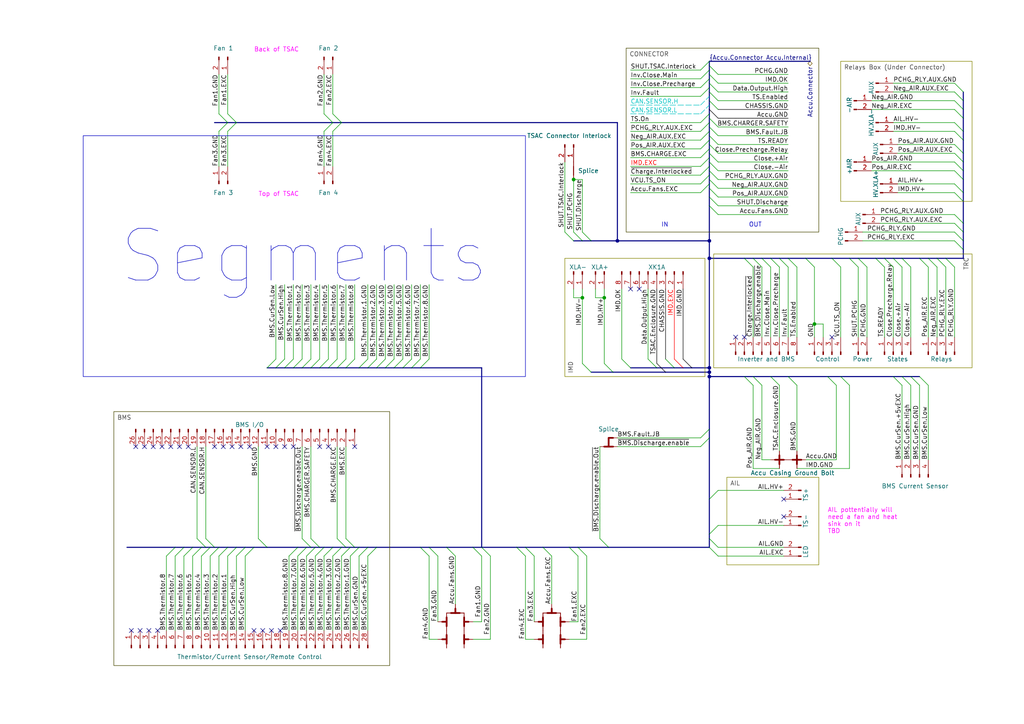
<source format=kicad_sch>
(kicad_sch (version 20230121) (generator eeschema)
  (paper "A4")
  (bus_alias "Accu.Connector" (members "CAN.SENSOR.L" "CAN.SENSOR.H" "IMD.OK" "Data.Output.High" "Chassis.GND" "Accu.GND" "IMD.EXC" "TS.Enabled" "TS.ON" "TS.READY" "Close.Precharge.Relay" "Close.-Air" "Close.+Air" "Inv.Fault" "Inv.Close.Precharge" "Inv.Close.Main" "SHUT.TSAC.Interlock" "SHUT.PCHG" "BMS.EXC" "BMS.CHARGE.EXC" "BMS.CHARGER.SAFETY" "Pos_AIR.AUX.EXC" "Neg_AIR.AUX.EXC" "PCHG_RLY.AUX.EXC" "Pos_AIR.AUX.GND" "Neg_AIR.AUX.GND" "PCHG_RLY.AUX.GND" "SHUT.Discharge" "PCHG.GND" "VCU.TS_ON" "Accu.Fans.EXC" "Accu.Fans.GND"))
  (bus_alias "Accu.Internal" (members "Neg_AIR.EXC" "PCHG_RLY.EXC" "PCHG_RLY.GND" "TSAC.Enclosure.GND" "IMD.HV+" "IMD.HV-" "Neg_AIR.GND" "Pos_AIR.GND" "~{BMS.Discharge.enable.PCHG}" "~{Charge.Interlocked}" "Pos_AIR.EXC" "~{BMS.Charge.enable}" "ACCU.INDICATOR.LED.EXC" "ACCU.INDICATOR.LED.GND" "~{BMS.Discharge.enable.Out}" "BMS.Fault.JB" "BMS.Thermistor.1" "BMS.Thermistor.2" "BMS.Thermistor.3" "BMS.Thermistor.4" "BMS.Thermistor.5" "BMS.Thermistor.6" "BMS.Thermistor.7" "BMS.Thermistor.8" "BMS.Thermistor.1.GND" "BMS.Thermistor.2.GND" "BMS.Thermistor.3.GND" "BMS.Thermistor.4.GND" "BMS.Thermistor.5.GND" "BMS.Thermistor.6.GND" "BMS.Thermistor.7.GND" "BMS.Thermistor.8.GND" "BMS.CurSen.+5vEXC" "BMS.CurSen.GND" "BMS.CurSen.High" "BMS.CurSen.Low" "BMS.GND" "IMD.GND" "AIL.GND" "AIL.EXC" "Fan1.GND" "Fan1.EXC" "Fan2.GND" "Fan2.EXC" "Fan3.GND" "Fan3.EXC" "Fan4.GND" "Fan4.EXC" "AIL.HV+" "AIL.HV-"))
  (junction (at 179.07 69.85))
  (junction (at 166.37 52.07))
  (junction (at 205.74 74.93))
  (junction (at 205.74 106.68))
  (junction (at 236.22 93.98))
  (junction (at 205.74 69.85))
  (junction (at 205.74 107.95))
  (junction (at 168.91 86.36))
  (junction (at 205.74 109.22))
  (junction (at 175.26 86.36))
  (no_connect (at 72.39 129.54))
  (no_connect (at 52.07 129.54))
  (no_connect (at 45.72 182.88))
  (no_connect (at 213.36 97.79))
  (no_connect (at 43.18 182.88))
  (no_connect (at 78.74 182.88))
  (no_connect (at 215.9 97.79))
  (no_connect (at 69.85 129.54))
  (no_connect (at 77.47 129.54))
  (no_connect (at 38.1 182.88))
  (no_connect (at 64.77 129.54))
  (no_connect (at 39.37 129.54))
  (no_connect (at 76.2 182.88))
  (no_connect (at 82.55 129.54))
  (no_connect (at 40.64 182.88))
  (no_connect (at 67.31 129.54))
  (no_connect (at 80.01 129.54))
  (no_connect (at 85.09 129.54))
  (no_connect (at 185.42 83.82))
  (no_connect (at 227.33 144.78))
  (no_connect (at 73.66 182.88))
  (no_connect (at 62.23 129.54))
  (no_connect (at 95.25 129.54))
  (no_connect (at 182.88 83.82))
  (no_connect (at 44.45 129.54))
  (no_connect (at 241.3 97.79))
  (no_connect (at 54.61 129.54))
  (no_connect (at 227.33 149.86))
  (no_connect (at 46.99 129.54))
  (no_connect (at 102.87 129.54))
  (no_connect (at 49.53 129.54))
  (no_connect (at 41.91 129.54))
  (no_connect (at 81.28 182.88))
  (no_connect (at 92.71 129.54))
  (bus_entry (at 167.64 158.75) (size 2.54 2.54))
  (bus_entry (at 157.48 158.75) (size 2.54 2.54))
  (bus_entry (at 168.91 105.41) (size 2.54 2.54))
  (bus_entry (at 171.45 69.85) (size -2.54 -2.54))
  (bus_entry (at 279.4 46.99) (size -2.54 -2.54))
  (bus_entry (at 228.6 77.47) (size -2.54 -2.54))
  (bus_entry (at 259.08 109.22) (size 2.54 2.54))
  (bus_entry (at 208.28 46.99) (size -2.54 -2.54))
  (bus_entry (at 93.98 158.75) (size -2.54 2.54))
  (bus_entry (at 129.54 158.75) (size 2.54 2.54))
  (bus_entry (at 205.74 38.1) (size -2.54 2.54))
  (bus_entry (at 111.76 106.68) (size 2.54 -2.54))
  (bus_entry (at 279.4 34.29) (size -2.54 -2.54))
  (bus_entry (at 279.4 29.21) (size -2.54 -2.54))
  (bus_entry (at 248.92 77.47) (size -2.54 -2.54))
  (bus_entry (at 66.04 158.75) (size -2.54 2.54))
  (bus_entry (at 208.28 44.45) (size -2.54 -2.54))
  (bus_entry (at 205.74 48.26) (size -2.54 2.54))
  (bus_entry (at 77.47 106.68) (size 2.54 -2.54))
  (bus_entry (at 205.74 50.8) (size -2.54 2.54))
  (bus_entry (at 166.37 69.85) (size -2.54 -2.54))
  (bus_entry (at 165.1 158.75) (size 2.54 2.54))
  (bus_entry (at 205.74 53.34) (size -2.54 2.54))
  (bus_entry (at 59.69 158.75) (size -2.54 -2.54))
  (bus_entry (at 269.24 74.93) (size 2.54 2.54))
  (bus_entry (at 96.52 35.56) (size -2.54 -2.54))
  (bus_entry (at 279.4 55.88) (size -2.54 -2.54))
  (bus_entry (at 109.22 158.75) (size -2.54 2.54))
  (bus_entry (at 205.74 127) (size -2.54 2.54))
  (bus_entry (at 176.53 158.75) (size -2.54 -2.54))
  (bus_entry (at 205.74 156.21) (size 2.54 2.54))
  (bus_entry (at 88.9 158.75) (size -2.54 2.54))
  (bus_entry (at 66.04 35.56) (size -2.54 -2.54))
  (bus_entry (at 168.91 69.85) (size -2.54 -2.54))
  (bus_entry (at 279.4 38.1) (size -2.54 -2.54))
  (bus_entry (at 55.88 158.75) (size -2.54 2.54))
  (bus_entry (at 205.74 144.78) (size 2.54 -2.54))
  (bus_entry (at 205.74 158.75) (size 2.54 2.54))
  (bus_entry (at 102.87 158.75) (size -2.54 -2.54))
  (bus_entry (at 100.33 106.68) (size 2.54 -2.54))
  (bus_entry (at 279.4 69.85) (size -2.54 -2.54))
  (bus_entry (at 208.28 57.15) (size -2.54 -2.54))
  (bus_entry (at 208.28 31.75) (size -2.54 -2.54))
  (bus_entry (at 203.2 25.4) (size 2.54 -2.54))
  (bus_entry (at 119.38 106.68) (size 2.54 -2.54))
  (bus_entry (at 82.55 106.68) (size 2.54 -2.54))
  (bus_entry (at 104.14 158.75) (size -2.54 2.54))
  (bus_entry (at 266.7 109.22) (size 2.54 2.54))
  (bus_entry (at 68.58 158.75) (size -2.54 2.54))
  (bus_entry (at 152.4 158.75) (size 2.54 2.54))
  (bus_entry (at 53.34 158.75) (size -2.54 2.54))
  (bus_entry (at 121.92 158.75) (size 2.54 2.54))
  (bus_entry (at 279.4 72.39) (size -2.54 -2.54))
  (bus_entry (at 279.4 67.31) (size -2.54 -2.54))
  (bus_entry (at 220.98 77.47) (size -2.54 -2.54))
  (bus_entry (at 205.74 36.83) (size 2.54 2.54))
  (bus_entry (at 106.68 106.68) (size 2.54 -2.54))
  (bus_entry (at 100.33 158.75) (size -2.54 -2.54))
  (bus_entry (at 274.32 74.93) (size 2.54 2.54))
  (bus_entry (at 92.71 106.68) (size 2.54 -2.54))
  (bus_entry (at 259.08 77.47) (size -2.54 -2.54))
  (bus_entry (at 50.8 158.75) (size -2.54 2.54))
  (bus_entry (at 137.16 158.75) (size 2.54 2.54))
  (bus_entry (at 223.52 77.47) (size -2.54 -2.54))
  (bus_entry (at 203.2 30.48) (size 2.54 -2.54) (stroke (width 0) (type dash) (color 0 194 194 1)))
  (bus_entry (at 121.92 106.68) (size 2.54 -2.54))
  (bus_entry (at 90.17 158.75) (size -2.54 -2.54))
  (bus_entry (at 187.96 104.14) (size 2.54 2.54))
  (bus_entry (at 240.03 109.22) (size 2.54 2.54))
  (bus_entry (at 218.44 77.47) (size -2.54 -2.54))
  (bus_entry (at 205.74 59.69) (size 2.54 2.54))
  (bus_entry (at 208.28 24.13) (size -2.54 -2.54))
  (bus_entry (at 208.28 26.67) (size -2.54 -2.54))
  (bus_entry (at 62.23 158.75) (size -2.54 -2.54))
  (bus_entry (at 60.96 158.75) (size -2.54 2.54))
  (bus_entry (at 261.62 109.22) (size 2.54 2.54))
  (bus_entry (at 279.4 52.07) (size -2.54 -2.54))
  (bus_entry (at 208.28 54.61) (size -2.54 -2.54))
  (bus_entry (at 68.58 35.56) (size -2.54 -2.54))
  (bus_entry (at 139.7 158.75) (size 2.54 2.54))
  (bus_entry (at 279.4 58.42) (size -2.54 -2.54))
  (bus_entry (at 80.01 106.68) (size 2.54 -2.54))
  (bus_entry (at 90.17 106.68) (size 2.54 -2.54))
  (bus_entry (at 223.52 109.22) (size 2.54 2.54))
  (bus_entry (at 99.06 158.75) (size -2.54 2.54))
  (bus_entry (at 208.28 52.07) (size -2.54 -2.54))
  (bus_entry (at 203.2 27.94) (size 2.54 -2.54))
  (bus_entry (at 205.74 35.56) (size -2.54 2.54))
  (bus_entry (at 266.7 74.93) (size 2.54 2.54))
  (bus_entry (at 205.74 154.94) (size 2.54 -2.54))
  (bus_entry (at 101.6 158.75) (size -2.54 2.54))
  (bus_entry (at 203.2 33.02) (size 2.54 -2.54) (stroke (width 0) (type dash) (color 0 194 194 1)))
  (bus_entry (at 233.68 74.93) (size 2.54 2.54))
  (bus_entry (at 86.36 158.75) (size -2.54 2.54))
  (bus_entry (at 243.84 109.22) (size 2.54 2.54))
  (bus_entry (at 99.06 35.56) (size -2.54 -2.54))
  (bus_entry (at 243.84 77.47) (size -2.54 -2.54))
  (bus_entry (at 228.6 109.22) (size 2.54 2.54))
  (bus_entry (at 198.12 104.14) (size 2.54 2.54) (stroke (width 0) (color 0 0 0 1)))
  (bus_entry (at 205.74 57.15) (size 2.54 2.54))
  (bus_entry (at 203.2 20.32) (size 2.54 -2.54))
  (bus_entry (at 114.3 106.68) (size 2.54 -2.54))
  (bus_entry (at 208.28 49.53) (size -2.54 -2.54))
  (bus_entry (at 92.71 158.75) (size -2.54 -2.54))
  (bus_entry (at 96.52 35.56) (size -2.54 2.54))
  (bus_entry (at 264.16 77.47) (size -2.54 -2.54))
  (bus_entry (at 231.14 77.47) (size -2.54 -2.54))
  (bus_entry (at 264.16 109.22) (size 2.54 2.54))
  (bus_entry (at 58.42 158.75) (size -2.54 2.54))
  (bus_entry (at 68.58 35.56) (size -2.54 2.54))
  (bus_entry (at 124.46 158.75) (size 2.54 2.54))
  (bus_entry (at 106.68 158.75) (size -2.54 2.54))
  (bus_entry (at 95.25 106.68) (size 2.54 -2.54))
  (bus_entry (at 205.74 124.46) (size -2.54 2.54))
  (bus_entry (at 279.4 40.64) (size -2.54 -2.54))
  (bus_entry (at 63.5 158.75) (size -2.54 2.54))
  (bus_entry (at 91.44 158.75) (size -2.54 2.54))
  (bus_entry (at 66.04 35.56) (size -2.54 2.54))
  (bus_entry (at 96.52 158.75) (size -2.54 2.54))
  (bus_entry (at 279.4 44.45) (size -2.54 -2.54))
  (bus_entry (at 175.26 105.41) (size 2.54 2.54))
  (bus_entry (at 256.54 77.47) (size -2.54 -2.54))
  (bus_entry (at 205.74 45.72) (size -2.54 2.54))
  (bus_entry (at 104.14 106.68) (size 2.54 -2.54))
  (bus_entry (at 271.78 74.93) (size 2.54 2.54))
  (bus_entry (at 205.74 40.64) (size -2.54 2.54))
  (bus_entry (at 279.4 31.75) (size -2.54 -2.54))
  (bus_entry (at 203.2 22.86) (size 2.54 -2.54))
  (bus_entry (at 109.22 106.68) (size 2.54 -2.54))
  (bus_entry (at 208.28 34.29) (size -2.54 -2.54) (stroke (width 0) (color 0 0 0 1)))
  (bus_entry (at 279.4 26.67) (size -2.54 -2.54))
  (bus_entry (at 208.28 21.59) (size -2.54 -2.54))
  (bus_entry (at 97.79 106.68) (size 2.54 -2.54))
  (bus_entry (at 73.66 158.75) (size -2.54 2.54))
  (bus_entry (at 71.12 158.75) (size -2.54 2.54))
  (bus_entry (at 261.62 77.47) (size -2.54 -2.54))
  (bus_entry (at 208.28 41.91) (size -2.54 -2.54))
  (bus_entry (at 215.9 109.22) (size 2.54 2.54))
  (bus_entry (at 279.4 64.77) (size -2.54 -2.54))
  (bus_entry (at 87.63 106.68) (size 2.54 -2.54))
  (bus_entry (at 208.28 29.21) (size -2.54 -2.54))
  (bus_entry (at 203.2 35.56) (size 2.54 -2.54))
  (bus_entry (at 226.06 77.47) (size -2.54 -2.54))
  (bus_entry (at 180.34 104.14) (size 2.54 2.54))
  (bus_entry (at 205.74 34.29) (size 2.54 2.54))
  (bus_entry (at 218.44 109.22) (size 2.54 2.54))
  (bus_entry (at 99.06 35.56) (size -2.54 2.54))
  (bus_entry (at 251.46 77.47) (size -2.54 -2.54))
  (bus_entry (at 190.5 105.41) (size 2.54 2.54) (stroke (width 0) (color 0 0 0 1)))
  (bus_entry (at 193.04 104.14) (size 2.54 2.54))
  (bus_entry (at 195.58 104.14) (size 2.54 2.54) (stroke (width 0) (color 255 0 0 1)))
  (bus_entry (at 77.47 158.75) (size -2.54 -2.54))
  (bus_entry (at 279.4 49.53) (size -2.54 -2.54))
  (bus_entry (at 85.09 106.68) (size 2.54 -2.54))
  (bus_entry (at 116.84 106.68) (size 2.54 -2.54))
  (bus_entry (at 149.86 158.75) (size 2.54 2.54))
  (bus_entry (at 205.74 43.18) (size -2.54 2.54))
  (wire (pts (xy 208.28 142.24) (xy 227.33 142.24)))
  (bus (pts (xy 205.74 53.34) (xy 205.74 54.61)))
  (bus (pts (xy 205.74 36.83) (xy 205.74 38.1)))
  (bus (pts (xy 205.74 54.61) (xy 205.74 57.15)))
  (wire (pts (xy 236.22 97.79) (xy 236.22 93.98)))
  (wire (pts (xy 137.16 185.42) (xy 142.24 185.42)))
  (bus (pts (xy 91.44 158.75) (xy 92.71 158.75)))
  (wire (pts (xy 116.84 104.14) (xy 116.84 82.55)))
  (bus (pts (xy 73.66 158.75) (xy 77.47 158.75)))
  (wire (pts (xy 261.62 111.76) (xy 261.62 133.35)))
  (wire (pts (xy 121.92 104.14) (xy 121.92 82.55)))
  (wire (pts (xy 50.8 161.29) (xy 50.8 182.88)))
  (wire (pts (xy 71.12 161.29) (xy 71.12 182.88)))
  (wire (pts (xy 252.73 31.75) (xy 276.86 31.75)))
  (wire (pts (xy 87.63 104.14) (xy 87.63 82.55)))
  (bus (pts (xy 50.8 158.75) (xy 53.34 158.75)))
  (bus (pts (xy 129.54 158.75) (xy 137.16 158.75)))
  (bus (pts (xy 205.74 24.13) (xy 205.74 25.4)))
  (wire (pts (xy 228.6 34.29) (xy 208.28 34.29)) (stroke (width 0) (color 0 0 0 1)))
  (wire (pts (xy 226.06 135.89) (xy 218.44 135.89)))
  (bus (pts (xy 62.23 158.75) (xy 63.5 158.75)))
  (wire (pts (xy 255.27 62.23) (xy 276.86 62.23)))
  (wire (pts (xy 182.88 53.34) (xy 203.2 53.34)))
  (bus (pts (xy 279.4 44.45) (xy 279.4 46.99)))
  (wire (pts (xy 139.7 161.29) (xy 139.7 180.34)))
  (wire (pts (xy 163.83 46.99) (xy 163.83 67.31)))
  (bus (pts (xy 106.68 106.68) (xy 109.22 106.68)))
  (wire (pts (xy 168.91 86.36) (xy 166.37 86.36)))
  (bus (pts (xy 179.07 69.85) (xy 179.07 35.56)))
  (wire (pts (xy 252.73 46.99) (xy 276.86 46.99)))
  (bus (pts (xy 279.4 64.77) (xy 279.4 58.42)))
  (wire (pts (xy 182.88 25.4) (xy 203.2 25.4)))
  (wire (pts (xy 160.02 161.29) (xy 160.02 175.26)))
  (wire (pts (xy 152.4 161.29) (xy 152.4 185.42)))
  (bus (pts (xy 198.12 106.68) (xy 195.58 106.68)))
  (wire (pts (xy 182.88 55.88) (xy 203.2 55.88)))
  (bus (pts (xy 95.25 106.68) (xy 97.79 106.68)))
  (bus (pts (xy 71.12 158.75) (xy 73.66 158.75)))
  (bus (pts (xy 205.74 106.68) (xy 205.74 107.95)))
  (bus (pts (xy 177.8 107.95) (xy 171.45 107.95)))
  (wire (pts (xy 259.08 35.56) (xy 276.86 35.56)))
  (wire (pts (xy 167.64 161.29) (xy 167.64 180.34)))
  (wire (pts (xy 182.88 33.02) (xy 203.2 33.02)) (stroke (width 0) (type dash) (color 0 194 194 1)))
  (bus (pts (xy 205.74 43.18) (xy 205.74 44.45)))
  (wire (pts (xy 168.91 83.82) (xy 168.91 86.36)))
  (bus (pts (xy 124.46 158.75) (xy 129.54 158.75)))
  (wire (pts (xy 152.4 185.42) (xy 154.94 185.42)))
  (wire (pts (xy 259.08 24.13) (xy 276.86 24.13)))
  (wire (pts (xy 203.2 45.72) (xy 182.88 45.72)))
  (wire (pts (xy 106.68 104.14) (xy 106.68 82.55)))
  (wire (pts (xy 63.5 161.29) (xy 63.5 182.88)))
  (wire (pts (xy 96.52 38.1) (xy 96.52 48.26)))
  (wire (pts (xy 190.5 83.82) (xy 190.5 105.41)) (stroke (width 0) (color 0 0 0 1)))
  (bus (pts (xy 279.4 67.31) (xy 279.4 64.77)))
  (bus (pts (xy 279.4 26.67) (xy 279.4 29.21)))
  (bus (pts (xy 111.76 106.68) (xy 114.3 106.68)))
  (bus (pts (xy 226.06 74.93) (xy 228.6 74.93)))
  (bus (pts (xy 246.38 74.93) (xy 248.92 74.93)))
  (wire (pts (xy 66.04 21.59) (xy 66.04 33.02)))
  (wire (pts (xy 236.22 93.98) (xy 236.22 77.47)))
  (wire (pts (xy 175.26 83.82) (xy 175.26 86.36)))
  (bus (pts (xy 223.52 109.22) (xy 228.6 109.22)))
  (wire (pts (xy 264.16 97.79) (xy 264.16 77.47)))
  (bus (pts (xy 116.84 106.68) (xy 119.38 106.68)))
  (wire (pts (xy 243.84 97.79) (xy 243.84 77.47)))
  (bus (pts (xy 90.17 158.75) (xy 91.44 158.75)))
  (wire (pts (xy 82.55 104.14) (xy 82.55 82.55)))
  (wire (pts (xy 218.44 97.79) (xy 218.44 77.47)))
  (bus (pts (xy 55.88 158.75) (xy 58.42 158.75)))
  (wire (pts (xy 100.33 129.54) (xy 100.33 156.21)))
  (wire (pts (xy 97.79 104.14) (xy 97.79 82.55)))
  (wire (pts (xy 96.52 21.59) (xy 96.52 33.02)))
  (bus (pts (xy 274.32 74.93) (xy 279.4 74.93)))
  (wire (pts (xy 96.52 161.29) (xy 96.52 182.88)))
  (wire (pts (xy 83.82 161.29) (xy 83.82 182.88)))
  (bus (pts (xy 205.74 124.46) (xy 205.74 127)))
  (bus (pts (xy 100.33 158.75) (xy 101.6 158.75)))
  (wire (pts (xy 124.46 104.14) (xy 124.46 82.55)))
  (wire (pts (xy 109.22 104.14) (xy 109.22 82.55)))
  (wire (pts (xy 228.6 52.07) (xy 208.28 52.07)))
  (wire (pts (xy 250.19 69.85) (xy 276.86 69.85)))
  (wire (pts (xy 238.76 97.79) (xy 238.76 93.98)))
  (wire (pts (xy 68.58 161.29) (xy 68.58 182.88)))
  (bus (pts (xy 205.74 17.78) (xy 234.95 17.78)))
  (bus (pts (xy 63.5 158.75) (xy 66.04 158.75)))
  (bus (pts (xy 190.5 106.68) (xy 182.88 106.68)))
  (bus (pts (xy 205.74 74.93) (xy 215.9 74.93)))
  (bus (pts (xy 88.9 158.75) (xy 90.17 158.75)))
  (wire (pts (xy 86.36 161.29) (xy 86.36 182.88)))
  (bus (pts (xy 261.62 109.22) (xy 264.16 109.22)))
  (wire (pts (xy 48.26 161.29) (xy 48.26 182.88)))
  (wire (pts (xy 231.14 111.76) (xy 231.14 130.81)))
  (bus (pts (xy 200.66 106.68) (xy 198.12 106.68)))
  (bus (pts (xy 205.74 57.15) (xy 205.74 59.69)))
  (bus (pts (xy 193.04 107.95) (xy 177.8 107.95)))
  (wire (pts (xy 165.1 180.34) (xy 167.64 180.34)))
  (bus (pts (xy 279.4 58.42) (xy 279.4 55.88)))
  (wire (pts (xy 208.28 59.69) (xy 228.6 59.69)))
  (bus (pts (xy 243.84 109.22) (xy 259.08 109.22)))
  (wire (pts (xy 63.5 38.1) (xy 63.5 48.26)))
  (wire (pts (xy 208.28 46.99) (xy 228.6 46.99)))
  (wire (pts (xy 228.6 54.61) (xy 208.28 54.61)))
  (bus (pts (xy 205.74 50.8) (xy 205.74 52.07)))
  (wire (pts (xy 260.35 44.45) (xy 276.86 44.45)))
  (wire (pts (xy 93.98 161.29) (xy 93.98 182.88)))
  (bus (pts (xy 179.07 69.85) (xy 205.74 69.85)))
  (bus (pts (xy 149.86 158.75) (xy 152.4 158.75)))
  (bus (pts (xy 58.42 158.75) (xy 59.69 158.75)))
  (bus (pts (xy 279.4 72.39) (xy 279.4 69.85)))
  (bus (pts (xy 220.98 74.93) (xy 223.52 74.93)))
  (wire (pts (xy 248.92 97.79) (xy 248.92 77.47)))
  (wire (pts (xy 233.68 133.35) (xy 242.57 133.35)))
  (bus (pts (xy 157.48 158.75) (xy 165.1 158.75)))
  (wire (pts (xy 182.88 27.94) (xy 203.2 27.94)))
  (bus (pts (xy 279.4 34.29) (xy 279.4 31.75)))
  (bus (pts (xy 266.7 74.93) (xy 261.62 74.93)))
  (wire (pts (xy 208.28 158.75) (xy 227.33 158.75)))
  (bus (pts (xy 205.74 69.85) (xy 205.74 74.93)))
  (wire (pts (xy 276.86 97.79) (xy 276.86 77.47)))
  (bus (pts (xy 205.74 17.78) (xy 205.74 19.05)))
  (wire (pts (xy 252.73 49.53) (xy 276.86 49.53)))
  (bus (pts (xy 92.71 158.75) (xy 93.98 158.75)))
  (wire (pts (xy 198.12 83.82) (xy 198.12 104.14)) (stroke (width 0) (color 0 0 0 1)))
  (bus (pts (xy 205.74 127) (xy 205.74 144.78)))
  (wire (pts (xy 124.46 161.29) (xy 124.46 185.42)))
  (bus (pts (xy 205.74 49.53) (xy 205.74 50.8)))
  (bus (pts (xy 279.4 69.85) (xy 279.4 67.31)))
  (bus (pts (xy 279.4 38.1) (xy 279.4 34.29)))
  (bus (pts (xy 218.44 74.93) (xy 220.98 74.93)))
  (wire (pts (xy 274.32 77.47) (xy 274.32 97.79)))
  (bus (pts (xy 66.04 35.56) (xy 68.58 35.56)))
  (bus (pts (xy 106.68 158.75) (xy 109.22 158.75)))
  (bus (pts (xy 85.09 106.68) (xy 87.63 106.68)))
  (wire (pts (xy 173.99 129.54) (xy 173.99 156.21)))
  (wire (pts (xy 95.25 104.14) (xy 95.25 82.55)))
  (bus (pts (xy 205.74 25.4) (xy 205.74 26.67)))
  (bus (pts (xy 66.04 158.75) (xy 68.58 158.75)))
  (wire (pts (xy 127 161.29) (xy 127 180.34)))
  (wire (pts (xy 203.2 43.18) (xy 182.88 43.18)))
  (bus (pts (xy 279.4 52.07) (xy 279.4 49.53)))
  (bus (pts (xy 139.7 158.75) (xy 149.86 158.75)))
  (wire (pts (xy 271.78 97.79) (xy 271.78 77.47)))
  (bus (pts (xy 269.24 74.93) (xy 271.78 74.93)))
  (wire (pts (xy 193.04 83.82) (xy 193.04 104.14)) (stroke (width 0) (color 0 0 0 1)))
  (wire (pts (xy 208.28 39.37) (xy 228.6 39.37)))
  (wire (pts (xy 242.57 111.76) (xy 242.57 133.35)))
  (wire (pts (xy 203.2 50.8) (xy 182.88 50.8)))
  (wire (pts (xy 182.88 30.48) (xy 203.2 30.48)) (stroke (width 0) (type dash) (color 0 194 194 1)))
  (bus (pts (xy 87.63 106.68) (xy 90.17 106.68)))
  (bus (pts (xy 248.92 74.93) (xy 254 74.93)))
  (bus (pts (xy 215.9 74.93) (xy 218.44 74.93)))
  (bus (pts (xy 205.74 109.22) (xy 205.74 107.95)))
  (bus (pts (xy 68.58 35.56) (xy 96.52 35.56)))
  (bus (pts (xy 240.03 109.22) (xy 243.84 109.22)))
  (wire (pts (xy 208.28 44.45) (xy 228.6 44.45)))
  (bus (pts (xy 228.6 109.22) (xy 240.03 109.22)))
  (bus (pts (xy 279.4 29.21) (xy 279.4 31.75)))
  (wire (pts (xy 175.26 86.36) (xy 172.72 86.36)))
  (bus (pts (xy 92.71 106.68) (xy 95.25 106.68)))
  (wire (pts (xy 228.6 26.67) (xy 208.28 26.67)))
  (wire (pts (xy 187.96 83.82) (xy 187.96 104.14)))
  (wire (pts (xy 59.69 129.54) (xy 59.69 156.21)))
  (bus (pts (xy 82.55 106.68) (xy 85.09 106.68)))
  (wire (pts (xy 53.34 161.29) (xy 53.34 182.88)))
  (wire (pts (xy 259.08 38.1) (xy 276.86 38.1)))
  (wire (pts (xy 228.6 21.59) (xy 208.28 21.59)))
  (bus (pts (xy 215.9 109.22) (xy 218.44 109.22)))
  (bus (pts (xy 205.74 34.29) (xy 205.74 35.56)))
  (wire (pts (xy 179.07 127) (xy 203.2 127)))
  (wire (pts (xy 179.07 129.54) (xy 203.2 129.54)))
  (wire (pts (xy 203.2 38.1) (xy 182.88 38.1)))
  (bus (pts (xy 101.6 158.75) (xy 102.87 158.75)))
  (bus (pts (xy 167.64 158.75) (xy 176.53 158.75)))
  (wire (pts (xy 250.19 67.31) (xy 276.86 67.31)))
  (bus (pts (xy 119.38 106.68) (xy 121.92 106.68)))
  (wire (pts (xy 264.16 111.76) (xy 264.16 133.35)))
  (wire (pts (xy 252.73 29.21) (xy 276.86 29.21)))
  (bus (pts (xy 205.74 40.64) (xy 205.74 41.91)))
  (wire (pts (xy 208.28 36.83) (xy 228.6 36.83)))
  (wire (pts (xy 208.28 161.29) (xy 227.33 161.29)))
  (wire (pts (xy 203.2 40.64) (xy 182.88 40.64)))
  (bus (pts (xy 176.53 158.75) (xy 205.74 158.75)))
  (wire (pts (xy 85.09 104.14) (xy 85.09 82.55)))
  (wire (pts (xy 251.46 97.79) (xy 251.46 77.47)))
  (wire (pts (xy 228.6 49.53) (xy 208.28 49.53)))
  (wire (pts (xy 170.18 161.29) (xy 170.18 185.42)))
  (bus (pts (xy 205.74 74.93) (xy 205.74 106.68)))
  (bus (pts (xy 205.74 109.22) (xy 215.9 109.22)))
  (wire (pts (xy 166.37 52.07) (xy 166.37 67.31)))
  (bus (pts (xy 205.74 48.26) (xy 205.74 49.53)))
  (bus (pts (xy 264.16 109.22) (xy 266.7 109.22)))
  (bus (pts (xy 205.74 156.21) (xy 205.74 158.75)))
  (bus (pts (xy 86.36 158.75) (xy 88.9 158.75)))
  (bus (pts (xy 62.23 35.56) (xy 66.04 35.56)))
  (bus (pts (xy 59.69 158.75) (xy 60.96 158.75)))
  (wire (pts (xy 260.35 41.91) (xy 276.86 41.91)))
  (wire (pts (xy 63.5 21.59) (xy 63.5 33.02)))
  (wire (pts (xy 114.3 104.14) (xy 114.3 82.55)))
  (bus (pts (xy 205.74 27.94) (xy 205.74 29.21)))
  (bus (pts (xy 205.74 109.22) (xy 205.74 124.46)))
  (bus (pts (xy 152.4 158.75) (xy 157.48 158.75)))
  (wire (pts (xy 208.28 152.4) (xy 227.33 152.4)))
  (bus (pts (xy 279.4 74.93) (xy 279.4 72.39)))
  (wire (pts (xy 182.88 20.32) (xy 203.2 20.32)))
  (bus (pts (xy 205.74 30.48) (xy 205.74 31.75)))
  (bus (pts (xy 77.47 106.68) (xy 80.01 106.68)))
  (wire (pts (xy 259.08 26.67) (xy 276.86 26.67)))
  (wire (pts (xy 238.76 93.98) (xy 236.22 93.98)))
  (wire (pts (xy 172.72 86.36) (xy 172.72 83.82)))
  (wire (pts (xy 182.88 22.86) (xy 203.2 22.86)))
  (wire (pts (xy 218.44 111.76) (xy 218.44 135.89)))
  (bus (pts (xy 279.4 38.1) (xy 279.4 40.64)))
  (wire (pts (xy 66.04 161.29) (xy 66.04 182.88)))
  (wire (pts (xy 260.35 53.34) (xy 276.86 53.34)))
  (wire (pts (xy 260.35 55.88) (xy 276.86 55.88)))
  (wire (pts (xy 256.54 97.79) (xy 256.54 77.47)))
  (bus (pts (xy 100.33 106.68) (xy 104.14 106.68)))
  (bus (pts (xy 279.4 40.64) (xy 279.4 44.45)))
  (bus (pts (xy 241.3 74.93) (xy 246.38 74.93)))
  (bus (pts (xy 279.4 55.88) (xy 279.4 52.07)))
  (wire (pts (xy 101.6 161.29) (xy 101.6 182.88)))
  (bus (pts (xy 109.22 158.75) (xy 121.92 158.75)))
  (wire (pts (xy 259.08 97.79) (xy 259.08 77.47)))
  (wire (pts (xy 228.6 57.15) (xy 208.28 57.15)))
  (bus (pts (xy 166.37 69.85) (xy 168.91 69.85)))
  (bus (pts (xy 223.52 74.93) (xy 226.06 74.93)))
  (wire (pts (xy 92.71 104.14) (xy 92.71 82.55)))
  (wire (pts (xy 220.98 111.76) (xy 220.98 133.35)))
  (wire (pts (xy 195.58 83.82) (xy 195.58 104.14)) (stroke (width 0) (color 255 0 0 1)))
  (bus (pts (xy 205.74 26.67) (xy 205.74 27.94)))
  (bus (pts (xy 205.74 39.37) (xy 205.74 40.64)))
  (wire (pts (xy 228.6 24.13) (xy 208.28 24.13)))
  (bus (pts (xy 205.74 33.02) (xy 205.74 34.29)))
  (wire (pts (xy 166.37 86.36) (xy 166.37 83.82)))
  (bus (pts (xy 266.7 74.93) (xy 269.24 74.93)))
  (bus (pts (xy 205.74 44.45) (xy 205.74 45.72)))
  (wire (pts (xy 231.14 77.47) (xy 231.14 97.79)))
  (bus (pts (xy 96.52 35.56) (xy 99.06 35.56)))
  (wire (pts (xy 168.91 86.36) (xy 168.91 105.41)))
  (wire (pts (xy 226.06 111.76) (xy 226.06 130.81)))
  (bus (pts (xy 90.17 106.68) (xy 92.71 106.68)))
  (wire (pts (xy 90.17 104.14) (xy 90.17 82.55)))
  (bus (pts (xy 205.74 59.69) (xy 205.74 69.85)))
  (bus (pts (xy 256.54 74.93) (xy 259.08 74.93)))
  (bus (pts (xy 195.58 106.68) (xy 190.5 106.68)))
  (wire (pts (xy 182.88 48.26) (xy 203.2 48.26)))
  (bus (pts (xy 205.74 31.75) (xy 205.74 33.02)))
  (bus (pts (xy 205.74 38.1) (xy 205.74 39.37)))
  (bus (pts (xy 60.96 158.75) (xy 62.23 158.75)))
  (wire (pts (xy 246.38 111.76) (xy 246.38 135.89)))
  (wire (pts (xy 208.28 62.23) (xy 228.6 62.23)))
  (bus (pts (xy 121.92 158.75) (xy 124.46 158.75)))
  (wire (pts (xy 93.98 38.1) (xy 93.98 48.26)))
  (wire (pts (xy 87.63 129.54) (xy 87.63 156.21)))
  (bus (pts (xy 96.52 158.75) (xy 99.06 158.75)))
  (wire (pts (xy 119.38 104.14) (xy 119.38 82.55)))
  (wire (pts (xy 124.46 185.42) (xy 127 185.42)))
  (bus (pts (xy 205.74 29.21) (xy 205.74 30.48)))
  (bus (pts (xy 80.01 106.68) (xy 82.55 106.68)))
  (bus (pts (xy 279.4 49.53) (xy 279.4 46.99)))
  (wire (pts (xy 228.6 31.75) (xy 208.28 31.75)) (stroke (width 0) (color 0 0 0 1)))
  (bus (pts (xy 53.34 158.75) (xy 55.88 158.75)))
  (wire (pts (xy 223.52 77.47) (xy 223.52 97.79)))
  (wire (pts (xy 261.62 97.79) (xy 261.62 77.47)))
  (wire (pts (xy 166.37 52.07) (xy 168.91 52.07)))
  (bus (pts (xy 139.7 158.75) (xy 139.7 106.68)))
  (wire (pts (xy 102.87 104.14) (xy 102.87 82.55)))
  (bus (pts (xy 228.6 74.93) (xy 233.68 74.93)))
  (wire (pts (xy 269.24 111.76) (xy 269.24 133.35)))
  (bus (pts (xy 233.68 74.93) (xy 241.3 74.93)))
  (wire (pts (xy 58.42 161.29) (xy 58.42 182.88)))
  (bus (pts (xy 259.08 74.93) (xy 261.62 74.93)))
  (bus (pts (xy 109.22 106.68) (xy 111.76 106.68)))
  (bus (pts (xy 205.74 45.72) (xy 205.74 46.99)))
  (wire (pts (xy 93.98 21.59) (xy 93.98 33.02)))
  (bus (pts (xy 77.47 158.75) (xy 86.36 158.75)))
  (bus (pts (xy 218.44 109.22) (xy 223.52 109.22)))
  (bus (pts (xy 205.74 22.86) (xy 205.74 24.13)))
  (bus (pts (xy 205.74 154.94) (xy 205.74 156.21)))
  (wire (pts (xy 137.16 180.34) (xy 139.7 180.34)))
  (wire (pts (xy 90.17 129.54) (xy 90.17 156.21)))
  (bus (pts (xy 254 74.93) (xy 256.54 74.93)))
  (bus (pts (xy 205.74 20.32) (xy 205.74 21.59)))
  (bus (pts (xy 121.92 106.68) (xy 139.7 106.68)))
  (wire (pts (xy 269.24 97.79) (xy 269.24 77.47)))
  (bus (pts (xy 93.98 158.75) (xy 96.52 158.75)))
  (bus (pts (xy 114.3 106.68) (xy 116.84 106.68)))
  (bus (pts (xy 36.83 158.75) (xy 50.8 158.75)))
  (bus (pts (xy 171.45 69.85) (xy 179.07 69.85)))
  (bus (pts (xy 102.87 158.75) (xy 104.14 158.75)))
  (wire (pts (xy 182.88 35.56) (xy 203.2 35.56)))
  (wire (pts (xy 100.33 104.14) (xy 100.33 82.55)))
  (wire (pts (xy 142.24 161.29) (xy 142.24 185.42)))
  (bus (pts (xy 99.06 158.75) (xy 100.33 158.75)))
  (bus (pts (xy 168.91 69.85) (xy 171.45 69.85)))
  (wire (pts (xy 168.91 52.07) (xy 168.91 67.31)))
  (bus (pts (xy 205.74 46.99) (xy 205.74 48.26)))
  (wire (pts (xy 111.76 104.14) (xy 111.76 82.55)))
  (wire (pts (xy 99.06 161.29) (xy 99.06 182.88)))
  (bus (pts (xy 205.74 35.56) (xy 205.74 36.83)))
  (wire (pts (xy 231.14 135.89) (xy 246.38 135.89)))
  (bus (pts (xy 99.06 35.56) (xy 179.07 35.56)))
  (wire (pts (xy 223.52 133.35) (xy 220.98 133.35)))
  (bus (pts (xy 165.1 158.75) (xy 167.64 158.75)))
  (wire (pts (xy 91.44 161.29) (xy 91.44 182.88)))
  (bus (pts (xy 205.74 52.07) (xy 205.74 53.34)))
  (wire (pts (xy 255.27 64.77) (xy 276.86 64.77)))
  (bus (pts (xy 104.14 106.68) (xy 106.68 106.68)))
  (bus (pts (xy 104.14 158.75) (xy 106.68 158.75)))
  (bus (pts (xy 205.74 144.78) (xy 205.74 154.94)))
  (bus (pts (xy 205.74 21.59) (xy 205.74 22.86)))
  (wire (pts (xy 66.04 38.1) (xy 66.04 48.26)))
  (wire (pts (xy 226.06 97.79) (xy 226.06 77.47)))
  (wire (pts (xy 80.01 104.14) (xy 80.01 82.55)))
  (wire (pts (xy 266.7 111.76) (xy 266.7 133.35)))
  (bus (pts (xy 200.66 106.68) (xy 205.74 106.68)))
  (wire (pts (xy 57.15 129.54) (xy 57.15 156.21)))
  (wire (pts (xy 74.93 129.54) (xy 74.93 156.21)))
  (wire (pts (xy 55.88 161.29) (xy 55.88 182.88)))
  (bus (pts (xy 271.78 74.93) (xy 274.32 74.93)))
  (bus (pts (xy 137.16 158.75) (xy 139.7 158.75)))
  (wire (pts (xy 88.9 161.29) (xy 88.9 182.88)))
  (bus (pts (xy 205.74 19.05) (xy 205.74 20.32)))
  (bus (pts (xy 205.74 107.95) (xy 193.04 107.95)))
  (wire (pts (xy 60.96 161.29) (xy 60.96 182.88)))
  (bus (pts (xy 205.74 41.91) (xy 205.74 43.18)))
  (wire (pts (xy 106.68 161.29) (xy 106.68 182.88)))
  (wire (pts (xy 180.34 83.82) (xy 180.34 104.14)))
  (wire (pts (xy 97.79 129.54) (xy 97.79 156.21)))
  (wire (pts (xy 220.98 97.79) (xy 220.98 77.47)))
  (wire (pts (xy 154.94 161.29) (xy 154.94 180.34)))
  (wire (pts (xy 104.14 161.29) (xy 104.14 182.88)))
  (wire (pts (xy 228.6 97.79) (xy 228.6 77.47)))
  (wire (pts (xy 165.1 185.42) (xy 170.18 185.42)))
  (wire (pts (xy 132.08 161.29) (xy 132.08 175.26)))
  (wire (pts (xy 228.6 29.21) (xy 208.28 29.21)))
  (bus (pts (xy 68.58 158.75) (xy 71.12 158.75)))
  (bus (pts (xy 97.79 106.68) (xy 100.33 106.68)))
  (wire (pts (xy 175.26 86.36) (xy 175.26 105.41)))
  (bus (pts (xy 259.08 109.22) (xy 261.62 109.22)))
  (wire (pts (xy 208.28 41.91) (xy 228.6 41.91)))
  (text_box "IMD\n" (at 163.83 74.93 90) (size 40.64 34.29) (stroke (width 0) (color 132 132 0 1)) (effects (font (size 1.27 1.27)) (justify left top)))
  (text_box "CONNECTOR" (at 181.61 13.97 0) (size 55.88 53.34) (stroke (width 0) (color 72 72 0 1)) (effects (font (size 1.27 1.27)) (justify left top)))
  (text_box "Segments" (at 24.13 39.37 0) (size 128.27 69.85) (effects (font (size 15 15))))
  (text_box "TRC\n" (at 207.01 73.66 90) (size 74.93 33.02) (stroke (width 0) (color 132 132 0 1)) (effects (font (size 1.27 1.27)) (justify right bottom)))
  (text_box "AIL\n" (at 210.82 138.43 0) (size 26.67 25.4) (stroke (width 0) (color 132 132 0 1)) (effects (font (size 1.27 1.27)) (justify left top)))
  (text_box "Relays Box (Under Connector)" (at 243.84 17.78 0) (size 38.1 40.64) (stroke (width 0) (color 132 132 0 1)) (effects (font (size 1.27 1.27)) (justify left top)))
  (text_box "BMS" (at 33.02 119.38 0) (size 80.01 73.66) (stroke (width 0) (color 72 72 0 1)) (effects (font (size 1.27 1.27)) (justify left top)))
  (text "AIL pottentially will\nneed a fan and heat\nsink on it\nTBD" (at 240.03 154.94 0) (effects (font (size 1.27 1.27)) (justify left bottom)))
  (text "Top of TSAC" (at 74.93 57.15 0) (effects (font (size 1.27 1.27)) (justify left bottom)))
  (text "IN\n" (at 191.77 66.04 0) (effects (font (size 1.27 1.27)) (justify left bottom)))
  (text "Back of TSAC" (at 73.66 15.24 0) (effects (font (size 1.27 1.27)) (justify left bottom)))
  (text "OUT\n" (at 217.17 66.04 0) (effects (font (size 1.27 1.27)) (justify left bottom)))
  (label "~{BMS.Discharge.enable}" (at 220.98 97.79 90))
  (label "AIL.HV-" (at 227.33 152.4 180))
  (label "BMS.Thermistor.8.GND" (at 124.46 82.55 270))
  (label "Data.Output.High" (at 187.96 83.82 270))
  (label "BMS.Thermistor.8" (at 48.26 182.88 90))
  (label "Inv.Fault" (at 228.6 97.79 90))
  (label "Fan2.EXC" (at 96.52 21.59 270))
  (label "Fan1.EXC" (at 66.04 21.59 270))
  (label "Neg_AIR.AUX.GND" (at 228.6 54.61 180))
  (label "BMS.Thermistor.4.GND" (at 93.98 182.88 90))
  (label "IMD.OK" (at 228.6 24.13 180) (property "Netclass" "Default" (effects hide)))
  (label "Fan2.EXC" (at 170.18 184.15 90))
  (label "Close.Precharge.Relay" (at 259.08 97.79 90))
  (label "PCHG_RLY.AUX.GND" (at 259.08 24.13 0))
  (label "Neg_AIR.EXC" (at 252.73 31.75 0))
  (label "Inv.Close.Precharge" (at 182.88 25.4 0))
  (label "SHUT.TSAC.Interlock" (at 163.83 46.99 270))
  (label "TS.READY" (at 256.54 97.79 90))
  (label "~{Charge.Interlocked}" (at 182.88 50.8 0))
  (label "TS.Enabled" (at 231.14 97.79 90))
  (label "Fan3.GND" (at 127 180.34 90))
  (label "Pos_AIR.AUX.GND" (at 228.6 57.15 180))
  (label "Accu.Fans.EXC" (at 182.88 55.88 0))
  (label "BMS.Thermistor.3" (at 90.17 82.55 270))
  (label "BMS.Thermistor.7.GND" (at 121.92 82.55 270))
  (label "PCHG.GND" (at 251.46 97.79 90))
  (label "BMS.Thermistor.1.GND" (at 106.68 82.55 270))
  (label "IMD.GND" (at 198.12 83.82 270))
  (label "BMS.Thermistor.2" (at 63.5 182.88 90))
  (label "PCHG_RLY.EXC" (at 274.32 97.79 90))
  (label "Pos_AIR.EXC" (at 252.73 49.53 0))
  (label "Fan2.GND" (at 93.98 21.59 270))
  (label "Neg_AIR.AUX.EXC" (at 259.08 26.67 0))
  (label "Accu.Fans.GND" (at 228.6 62.23 180))
  (label "BMS.Thermistor.3.GND" (at 111.76 82.55 270))
  (label "BMS.CurSen.High" (at 68.58 182.88 90))
  (label "CAN.SENSOR.L" (at 182.88 33.02 0) (property "Netclass" "CAN" (effects hide)))
  (label "BMS.Thermistor.3.GND" (at 96.52 182.88 90))
  (label "PCHG_RLY.GND" (at 276.86 97.79 90))
  (label "BMS.CurSen.GND" (at 266.7 133.35 90))
  (label "TS.On" (at 182.88 35.56 0))
  (label "BMS.CurSen.High" (at 82.55 82.55 270))
  (label "~{BMS.Discharge.enable.Out}" (at 173.99 129.54 270))
  (label "BMS.CHARGE.EXC" (at 182.88 45.72 0))
  (label "SHUT.PCHG" (at 248.92 97.79 90))
  (label "Neg_AIR.GND" (at 220.98 133.35 90))
  (label "BMS.Thermistor.6.GND" (at 119.38 82.55 270))
  (label "Accu.GND" (at 233.68 133.35 0))
  (label "BMS.GND" (at 231.14 130.81 90))
  (label "Inv.Close.Main" (at 223.52 97.79 90))
  (label "BMS.Thermistor.2.GND" (at 109.22 82.55 270))
  (label "CHASSIS.GND" (at 228.6 31.75 180) (property "Netclass" "GND" (effects hide)))
  (label "Data.Output.High" (at 228.6 26.67 180) (property "Netclass" "Default" (effects hide)))
  (label "BMS.Thermistor.4" (at 58.42 182.88 90))
  (label "BMS.Thermistor.1" (at 66.04 182.88 90))
  (label "IMD.EXC" (at 195.58 83.82 270))
  (label "BMS.Thermistor.5.GND" (at 91.44 182.88 90))
  (label "SHUT.Discharge" (at 168.91 52.07 270))
  (label "Close.Precharge.Relay" (at 228.6 44.45 180))
  (label "IMD.HV+" (at 175.26 86.36 270))
  (label "Fan2.GND" (at 142.24 184.15 90))
  (label "PCHG_RLY.AUX.EXC" (at 255.27 64.77 0))
  (label "BMS.CurSen.Low" (at 71.12 182.88 90))
  (label "Neg_AIR.EXC" (at 271.78 97.79 90))
  (label "BMS.Thermistor.1" (at 85.09 82.55 270))
  (label "TSAC.Enclosure.GND" (at 226.06 130.81 90))
  (label "BMS.CurSen.High" (at 264.16 133.35 90))
  (label "Fan4.EXC" (at 152.4 185.42 90))
  (label "BMS.Thermistor.4.GND" (at 114.3 82.55 270))
  (label "PCHG_RLY.AUX.GND" (at 255.27 62.23 0))
  (label "BMS.Thermistor.6.GND" (at 88.9 182.88 90))
  (label "AIL.GND" (at 227.33 158.75 180))
  (label "Fan1.GND" (at 139.7 179.07 90))
  (label "CAN.SENSOR.L" (at 57.15 129.54 270))
  (label "BMS.CurSen.+5vEXC" (at 261.62 133.35 90))
  (label "TSAC.Enclosure.GND" (at 190.5 83.82 270))
  (label "BMS.Thermistor.2.GND" (at 99.06 182.88 90))
  (label "{Accu.Connector Accu.Internal}" (at 205.74 17.78 0))
  (label "AIL.HV+" (at 227.33 142.24 180))
  (label "Pos_AIR.AUX.GND" (at 260.35 41.91 0))
  (label "PCHG_RLY.GND" (at 251.46 67.31 0))
  (label "SHUT.PCHG" (at 166.37 55.88 270))
  (label "BMS.CurSen.Low" (at 269.24 133.35 90))
  (label "Inv.Close.Precharge" (at 226.06 97.79 90))
  (label "~{Charge.Interlocked}" (at 218.44 97.79 90))
  (label "Accu.Fans.GND" (at 132.08 175.26 90))
  (label "CAN.SENSOR.H" (at 182.88 30.48 0) (property "Netclass" "CAN" (effects hide)))
  (label "AIL.HV+" (at 260.35 53.34 0))
  (label "BMS.CHARGE.EXC" (at 97.79 129.54 270))
  (label "CAN.SENSOR.H" (at 59.69 129.54 270))
  (label "BMS.Thermistor.7.GND" (at 86.36 182.88 90))
  (label "BMS.CurSen.+5vEXC" (at 106.68 182.88 90))
  (label "BMS.EXC" (at 100.33 129.54 270))
  (label "IMD.OK" (at 180.34 83.82 270))
  (label "IMD.EXC" (at 182.88 48.26 0) (property "Netclass" "EXC" (effects hide)))
  (label "Close.+Air" (at 261.62 97.79 90))
  (label "IMD.GND" (at 233.68 135.89 0))
  (label "Pos_AIR.AUX.EXC" (at 182.88 43.18 0))
  (label "IMD.HV-" (at 259.08 38.1 0))
  (label "AIL.EXC" (at 227.33 161.29 180))
  (label "PCHG.GND" (at 228.6 21.59 180) (property "Netclass" "Shutdown" (effects hide)))
  (label "IMD.HV+" (at 260.35 55.88 0))
  (label "Inv.Fault" (at 182.88 27.94 0))
  (label "Fan4.GND" (at 93.98 48.26 90))
  (label "Pos_AIR.AUX.EXC" (at 260.35 44.45 0))
  (label "Fan3.GND" (at 63.5 48.26 90))
  (label "Fan1.EXC" (at 167.64 180.34 90))
  (label "BMS.GND" (at 74.93 129.54 270))
  (label "AIL.HV-" (at 259.08 35.56 0))
  (label "Fan3.EXC" (at 154.94 180.34 90))
  (label "BMS.Thermistor.5" (at 55.88 182.88 90))
  (label "PCHG_RLY.AUX.EXC" (at 182.88 38.1 0))
  (label "TS.Enabled" (at 228.6 29.21 180) (property "Netclass" "Default" (effects hide)))
  (label "Pos_AIR.EXC" (at 269.24 97.79 90))
  (label "SHUT.TSAC.Interlock" (at 182.88 20.32 0) (property "Netclass" "Shutdown" (effects hide)))
  (label "~{BMS.Discharge.enable.Out}" (at 87.63 129.54 270))
  (label "Accu.GND" (at 228.6 34.29 180) (property "Netclass" "GND" (effects hide)))
  (label "Neg_AIR.AUX.EXC" (at 182.88 40.64 0))
  (label "Fan4.GND" (at 124.46 185.42 90))
  (label "SHUT.Discharge" (at 228.6 59.69 180))
  (label "VCU.TS_ON" (at 243.84 97.79 90))
  (label "PCHG_RLY.EXC" (at 251.46 69.85 0))
  (label "BMS.Thermistor.6" (at 53.34 182.88 90))
  (label "VCU.TS_ON" (at 182.88 53.34 0))
  (label "GND" (at 236.22 97.79 90))
  (label "BMS.CurSen.GND" (at 104.14 182.88 90))
  (label "BMS.Thermistor.8.GND" (at 83.82 182.88 90))
  (label "BMS.Thermistor.3" (at 60.96 182.88 90))
  (label "BMS.Thermistor.5.GND" (at 116.84 82.55 270))
  (label "BMS.CHARGER.SAFETY" (at 90.17 129.54 270))
  (label "BMS.Thermistor.7" (at 100.33 82.55 270))
  (label "BMS.Thermistor.7" (at 50.8 182.88 90))
  (label "BMS.Thermistor.6" (at 97.79 82.55 270))
  (label "BMS.CurSen.Low" (at 80.01 82.55 270))
  (label "BMS.Thermistor.2" (at 87.63 82.55 270))
  (label "Close.-Air" (at 264.16 97.79 90))
  (label "BMS.Thermistor.8" (at 102.87 82.55 270))
  (label "BMS.Fault.JB" (at 179.07 127 0))
  (label "TS.READY" (at 228.6 41.91 180))
  (label "Fan1.GND" (at 63.5 21.59 270))
  (label "PCHG_RLY.AUX.GND" (at 228.6 52.07 180))
  (label "BMS.Fault.JB" (at 228.6 39.37 180))
  (label "Accu.Fans.EXC" (at 160.02 175.26 90))
  (label "Fan3.EXC" (at 66.04 48.26 90))
  (label "Neg_AIR.GND" (at 252.73 29.21 0))
  (label "Close.-Air" (at 228.6 49.53 180))
  (label "Close.+Air" (at 228.6 46.99 180))
  (label "CHASSIS.GND" (at 193.04 83.82 270))
  (label "~{BMS.Discharge.enable}" (at 179.07 129.54 0))
  (label "BMS.Thermistor.1.GND" (at 101.6 182.88 90))
  (label "Pos_AIR.GND" (at 218.44 135.89 90))
  (label "Fan4.EXC" (at 96.52 48.26 90))
  (label "BMS.Thermistor.5" (at 95.25 82.55 270))
  (label "BMS.Thermistor.4" (at 92.71 82.55 270))
  (label "IMD.HV-" (at 168.91 86.36 270))
  (label "Pos_AIR.GND" (at 252.73 46.99 0))
  (label "Inv.Close.Main" (at 182.88 22.86 0))
  (label "BMS.CHARGER.SAFETY" (at 228.6 36.83 180))
  (hierarchical_label "Accu.Connector" (shape bidirectional) (at 234.95 17.78 270))
  (symbol (lib_id "Device:NetTie_3_Tee") (at 162.56 180.34 90) (unit 1) (in_bom no)
    (property "Reference" "NT19" (effects hide))
    (property "Value" "NetTie_3_Tee" (effects hide))
  )
  (symbol (lib_id "Device:NetTie_3_Tee") (at 134.62 180.34 90) (unit 1) (in_bom no)
    (property "Reference" "NT12" (effects hide))
    (property "Value" "NetTie_3_Tee" (effects hide))
  )
  (symbol (lib_id "Device:NetTie_3_Tee") (at 134.62 185.42 90) (unit 1) (in_bom no)
    (property "Reference" "NT15" (effects hide))
    (property "Value" "NetTie_3_Tee" (effects hide))
  )
  (symbol (lib_id "Connector:Conn_01x02_Pin") (at 63.5 53.34 90) (unit 1)
    (property "Reference" "J81" (effects hide))
    (property "Value" "Fan 3" (at 64.77 55.88 90))
  )
  (symbol (lib_id "Connector:Conn_01x02_Pin") (at 66.04 16.51 270) (unit 1)
    (property "Reference" "J79" (effects hide))
    (property "Value" "Fan 1" (at 64.77 13.97 90))
  )
  (symbol (lib_id "Connector:Conn_01x04_Pin") (at 238.76 102.87 90) (unit 1)
    (property "Reference" "J5" (effects hide))
    (property "Value" "Control" (at 240.03 104.14 90))
  )
  (symbol (lib_id "Device:NetTie_3_Tee") (at 129.54 180.34 270) (unit 1) (in_bom no)
    (property "Reference" "NT14" (effects hide))
    (property "Value" "NetTie_3_Tee" (effects hide))
  )
  (symbol (lib_id "Connector:Conn_01x08_Pin") (at 190.5 78.74 270) (unit 1)
    (property "Reference" "J3" (effects hide))
    (property "Value" "XK1A" (at 190.5 77.47 90))
  )
  (symbol (lib_id "Connector:Conn_01x02_Pin") (at 166.37 41.91 270) (unit 1)
    (property "Reference" "J31" (effects hide))
    (property "Value" "TSAC Connector Interlock" (at 165.1 39.37 90))
  )
  (symbol (lib_id "Connector:Conn_01x28_Pin") (at 71.12 187.96 90) (unit 1)
    (property "Reference" "J19" (effects hide))
    (property "Value" "Thermistor/Current Sensor/Remote Control" (at 72.39 190.5 90))
  )
  (symbol (lib_id "Connector:Conn_01x02_Pin") (at 248.92 102.87 90) (unit 1)
    (property "Reference" "J6" (effects hide))
    (property "Value" "Power" (at 250.19 104.14 90))
  )
  (symbol (lib_id "Connector:Conn_01x02_Pin") (at 93.98 53.34 90) (unit 1)
    (property "Reference" "J82" (effects hide))
    (property "Value" "Fan 4" (at 95.25 55.88 90))
  )
  (symbol (lib_id "Connector:Conn_01x26_Pin") (at 72.39 124.46 270) (unit 1)
    (property "Reference" "J17" (effects hide))
    (property "Value" "BMS I/O" (at 72.39 123.19 90))
  )
  (symbol (lib_id "Connector:Conn_01x02_Pin") (at 254 35.56 0) (unit 1)
    (property "Reference" "J15" (effects hide))
    (property "Value" "HV.XLA-" (at 252.73 35.56 90))
  )
  (symbol (lib_id "Connector:Conn_01x04_Pin") (at 264.16 138.43 90) (unit 1)
    (property "Reference" "J32" (effects hide))
    (property "Value" "BMS Current Sensor" (at 265.43 140.97 90))
  )
  (symbol (lib_id "Connector:Conn_01x04_Pin") (at 259.08 102.87 90) (unit 1)
    (property "Reference" "J7" (effects hide))
    (property "Value" "States" (at 260.35 104.14 90))
  )
  (symbol (lib_id "Device:NetTie_4_Cross") (at 231.14 133.35 270) (unit 1) (in_bom no)
    (property "Reference" "NT1" (effects hide))
    (property "Value" "Accu Casing Ground Bolt" (at 229.87 137.16 90))
  )
  (symbol (lib_id "Connector:Conn_01x08_Pin") (at 220.98 102.87 90) (unit 1)
    (property "Reference" "J4" (effects hide))
    (property "Value" "Inverter and BMS" (at 222.25 104.14 90))
  )
  (symbol (lib_id "Device:NetTie_3_Tee") (at 160.02 177.8 180) (unit 1) (in_bom no)
    (property "Reference" "NT13" (effects hide))
    (property "Value" "NetTie_3_Tee" (effects hide))
  )
  (symbol (lib_id "Device:NetTie_3_Tee") (at 129.54 185.42 270) (unit 1) (in_bom no)
    (property "Reference" "NT16" (effects hide))
    (property "Value" "NetTie_3_Tee" (effects hide))
  )
  (symbol (lib_id "Connector:Conn_01x02_Pin") (at 247.65 46.99 0) (unit 1)
    (property "Reference" "J9" (effects hide))
    (property "Value" "+AIR" (at 246.38 48.26 90))
  )
  (symbol (lib_id "Connector:Conn_01x02_Pin") (at 96.52 16.51 270) (unit 1)
    (property "Reference" "J80" (effects hide))
    (property "Value" "Fan 2" (at 95.25 13.97 90))
  )
  (symbol (lib_id "Device:NetTie_3_Tee") (at 157.48 180.34 270) (unit 1) (in_bom no)
    (property "Reference" "NT17" (effects hide))
    (property "Value" "NetTie_3_Tee" (effects hide))
  )
  (symbol (lib_id "Connector:Conn_01x02_Pin") (at 232.41 152.4 180) (unit 1)
    (property "Reference" "J77" (effects hide))
    (property "Value" "TS-" (at 233.68 151.13 90))
  )
  (symbol (lib_id "Connector:Conn_01x02_Pin") (at 232.41 161.29 180) (unit 1)
    (property "Reference" "J78" (effects hide))
    (property "Value" "LED" (at 233.68 160.02 90))
  )
  (symbol (lib_id "Device:NetTie_4_Cross") (at 226.06 133.35 270) (unit 1) (in_bom no)
    (property "Reference" "NT2" (effects hide))
    (property "Value" "Bolt" (effects hide))
  )
  (symbol (lib_id "Connector:Conn_01x02_Pin") (at 168.91 78.74 270) (unit 1)
    (property "Reference" "J1" (effects hide))
    (property "Value" "XLA-" (at 167.64 77.47 90))
  )
  (symbol (lib_id "Device:NetTie_3") (at 176.53 129.54 180) (unit 1) (in_bom no)
    (property "Reference" "NT3" (effects hide))
    (property "Value" "Splice" (at 176.53 124.46 0))
  )
  (symbol (lib_id "Connector:Conn_01x02_Pin") (at 175.26 78.74 270) (unit 1)
    (property "Reference" "J2" (effects hide))
    (property "Value" "XLA+" (at 173.99 77.47 90))
  )
  (symbol (lib_id "Connector:Conn_01x02_Pin") (at 255.27 41.91 0) (unit 1)
    (property "Reference" "J10" (effects hide))
    (property "Value" "AUX" (at 254 43.18 90))
  )
  (symbol (lib_id "Connector:Conn_01x02_Pin") (at 254 24.13 0) (unit 1)
    (property "Reference" "J12" (effects hide))
    (property "Value" "AUX" (at 252.73 25.4 90))
  )
  (symbol (lib_id "Device:NetTie_3_Tee") (at 157.48 185.42 270) (unit 1) (in_bom no)
    (property "Reference" "NT18" (effects hide))
    (property "Value" "NetTie_3_Tee" (effects hide))
  )
  (symbol (lib_id "Connector:Conn_01x02_Pin") (at 245.11 67.31 0) (unit 1)
    (property "Reference" "J14" (effects hide))
    (property "Value" "PCHG" (at 243.84 68.58 90))
  )
  (symbol (lib_id "Device:NetTie_3_Tee") (at 132.08 177.8 180) (unit 1) (in_bom no)
    (property "Reference" "NT11" (effects hide))
    (property "Value" "NetTie_3_Tee" (effects hide))
  )
  (symbol (lib_id "Connector:Conn_01x04_Pin") (at 271.78 102.87 90) (unit 1)
    (property "Reference" "J8" (effects hide))
    (property "Value" "Relays" (at 273.05 104.14 90))
  )
  (symbol (lib_id "Connector:Conn_01x02_Pin") (at 232.41 144.78 180) (unit 1)
    (property "Reference" "J76" (effects hide))
    (property "Value" "TS+" (at 233.68 143.51 90))
  )
  (symbol (lib_id "Connector:Conn_01x02_Pin") (at 247.65 29.21 0) (unit 1)
    (property "Reference" "J11" (effects hide))
    (property "Value" "-AIR" (at 246.38 30.48 90))
  )
  (symbol (lib_id "Connector:Conn_01x02_Pin") (at 255.27 53.34 0) (unit 1)
    (property "Reference" "J16" (effects hide))
    (property "Value" "HV.XLA+" (at 254 53.34 90))
  )
  (symbol (lib_id "Device:NetTie_3_Tee") (at 162.56 185.42 90) (unit 1) (in_bom no)
    (property "Reference" "NT20" (effects hide))
    (property "Value" "NetTie_3_Tee" (effects hide))
  )
  (symbol (lib_id "Device:NetTie_2") (at 166.37 49.53 270) (unit 1) (in_bom no)
    (property "Reference" "NT7" (effects hide))
    (property "Value" "Splice" (at 167.64 49.53 90) (effects (justify left)))
  )
  (symbol (lib_id "Connector:Conn_01x02_Pin") (at 250.19 62.23 0) (unit 1)
    (property "Reference" "J13" (effects hide))
    (property "Value" "AUX" (at 248.92 63.5 90))
  )
)
</source>
